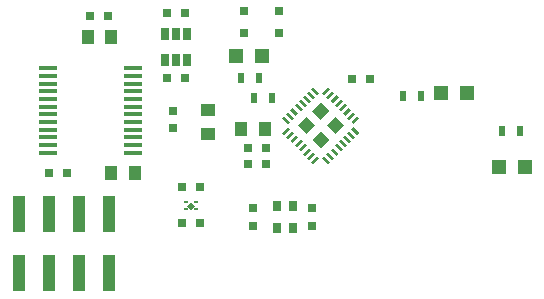
<source format=gbr>
G04 #@! TF.FileFunction,Paste,Top*
%FSLAX46Y46*%
G04 Gerber Fmt 4.6, Leading zero omitted, Abs format (unit mm)*
G04 Created by KiCad (PCBNEW 4.0.7) date 01/27/18 13:27:31*
%MOMM*%
%LPD*%
G01*
G04 APERTURE LIST*
%ADD10C,0.100000*%
%ADD11R,1.000000X1.250000*%
%ADD12R,1.000000X3.150000*%
%ADD13R,0.650000X0.700000*%
%ADD14R,0.750000X0.800000*%
%ADD15R,0.800000X0.750000*%
%ADD16R,1.200000X1.200000*%
%ADD17R,0.500000X0.900000*%
%ADD18R,0.650000X1.060000*%
%ADD19R,1.250000X1.000000*%
%ADD20R,0.750000X0.850000*%
%ADD21R,1.500000X0.450000*%
%ADD22R,0.360000X0.210000*%
G04 APERTURE END LIST*
D10*
D11*
X99000000Y-103500000D03*
X97000000Y-103500000D03*
D12*
X96810000Y-106975000D03*
X96810000Y-112025000D03*
X94270000Y-106975000D03*
X94270000Y-112025000D03*
X91730000Y-106975000D03*
X91730000Y-112025000D03*
X89190000Y-106975000D03*
X89190000Y-112025000D03*
D13*
X108250000Y-89800000D03*
X111200000Y-89800000D03*
X108250000Y-91700000D03*
X111200000Y-91700000D03*
D14*
X114000000Y-106500000D03*
X114000000Y-108000000D03*
X109000000Y-108000000D03*
X109000000Y-106500000D03*
D15*
X110100000Y-101400000D03*
X108600000Y-101400000D03*
X110100000Y-102800000D03*
X108600000Y-102800000D03*
X118900000Y-95600000D03*
X117400000Y-95600000D03*
X93250000Y-103500000D03*
X91750000Y-103500000D03*
D14*
X102250000Y-99750000D03*
X102250000Y-98250000D03*
D15*
X103250000Y-95500000D03*
X101750000Y-95500000D03*
D16*
X124900000Y-96800000D03*
X127100000Y-96800000D03*
X109800000Y-93600000D03*
X107600000Y-93600000D03*
X132000000Y-103000000D03*
X129800000Y-103000000D03*
D17*
X108000000Y-95500000D03*
X109500000Y-95500000D03*
X109100000Y-97200000D03*
X110600000Y-97200000D03*
X121700000Y-97000000D03*
X123200000Y-97000000D03*
X130100000Y-100000000D03*
X131600000Y-100000000D03*
D15*
X103000000Y-107750000D03*
X104500000Y-107750000D03*
D18*
X101550000Y-93950000D03*
X102500000Y-93950000D03*
X103450000Y-93950000D03*
X103450000Y-91750000D03*
X101550000Y-91750000D03*
X102500000Y-91750000D03*
D11*
X108000000Y-99800000D03*
X110000000Y-99800000D03*
D15*
X96750000Y-90250000D03*
X95250000Y-90250000D03*
D11*
X95000000Y-92000000D03*
X97000000Y-92000000D03*
D19*
X105200000Y-98200000D03*
X105200000Y-100200000D03*
D15*
X104500000Y-104750000D03*
X103000000Y-104750000D03*
X103250000Y-90000000D03*
X101750000Y-90000000D03*
D20*
X112425000Y-108175000D03*
X111075000Y-108175000D03*
X112425000Y-106325000D03*
X111075000Y-106325000D03*
D10*
G36*
X111656408Y-100295495D02*
X111479631Y-100118718D01*
X111974606Y-99623743D01*
X112151383Y-99800520D01*
X111656408Y-100295495D01*
X111656408Y-100295495D01*
G37*
G36*
X112009961Y-100649049D02*
X111833184Y-100472272D01*
X112328159Y-99977297D01*
X112504936Y-100154074D01*
X112009961Y-100649049D01*
X112009961Y-100649049D01*
G37*
G36*
X112363515Y-101002602D02*
X112186738Y-100825825D01*
X112681713Y-100330850D01*
X112858490Y-100507627D01*
X112363515Y-101002602D01*
X112363515Y-101002602D01*
G37*
G36*
X112717068Y-101356156D02*
X112540291Y-101179379D01*
X113035266Y-100684404D01*
X113212043Y-100861181D01*
X112717068Y-101356156D01*
X112717068Y-101356156D01*
G37*
G36*
X113070621Y-101709709D02*
X112893844Y-101532932D01*
X113388819Y-101037957D01*
X113565596Y-101214734D01*
X113070621Y-101709709D01*
X113070621Y-101709709D01*
G37*
G36*
X113424175Y-102063262D02*
X113247398Y-101886485D01*
X113742373Y-101391510D01*
X113919150Y-101568287D01*
X113424175Y-102063262D01*
X113424175Y-102063262D01*
G37*
G36*
X113777728Y-102416816D02*
X113600951Y-102240039D01*
X114095926Y-101745064D01*
X114272703Y-101921841D01*
X113777728Y-102416816D01*
X113777728Y-102416816D01*
G37*
G36*
X114131282Y-102770369D02*
X113954505Y-102593592D01*
X114449480Y-102098617D01*
X114626257Y-102275394D01*
X114131282Y-102770369D01*
X114131282Y-102770369D01*
G37*
G36*
X115545495Y-102593592D02*
X115368718Y-102770369D01*
X114873743Y-102275394D01*
X115050520Y-102098617D01*
X115545495Y-102593592D01*
X115545495Y-102593592D01*
G37*
G36*
X115899049Y-102240039D02*
X115722272Y-102416816D01*
X115227297Y-101921841D01*
X115404074Y-101745064D01*
X115899049Y-102240039D01*
X115899049Y-102240039D01*
G37*
G36*
X116252602Y-101886485D02*
X116075825Y-102063262D01*
X115580850Y-101568287D01*
X115757627Y-101391510D01*
X116252602Y-101886485D01*
X116252602Y-101886485D01*
G37*
G36*
X116606156Y-101532932D02*
X116429379Y-101709709D01*
X115934404Y-101214734D01*
X116111181Y-101037957D01*
X116606156Y-101532932D01*
X116606156Y-101532932D01*
G37*
G36*
X116959709Y-101179379D02*
X116782932Y-101356156D01*
X116287957Y-100861181D01*
X116464734Y-100684404D01*
X116959709Y-101179379D01*
X116959709Y-101179379D01*
G37*
G36*
X117313262Y-100825825D02*
X117136485Y-101002602D01*
X116641510Y-100507627D01*
X116818287Y-100330850D01*
X117313262Y-100825825D01*
X117313262Y-100825825D01*
G37*
G36*
X117666816Y-100472272D02*
X117490039Y-100649049D01*
X116995064Y-100154074D01*
X117171841Y-99977297D01*
X117666816Y-100472272D01*
X117666816Y-100472272D01*
G37*
G36*
X118020369Y-100118718D02*
X117843592Y-100295495D01*
X117348617Y-99800520D01*
X117525394Y-99623743D01*
X118020369Y-100118718D01*
X118020369Y-100118718D01*
G37*
G36*
X117525394Y-99376257D02*
X117348617Y-99199480D01*
X117843592Y-98704505D01*
X118020369Y-98881282D01*
X117525394Y-99376257D01*
X117525394Y-99376257D01*
G37*
G36*
X117171841Y-99022703D02*
X116995064Y-98845926D01*
X117490039Y-98350951D01*
X117666816Y-98527728D01*
X117171841Y-99022703D01*
X117171841Y-99022703D01*
G37*
G36*
X116818287Y-98669150D02*
X116641510Y-98492373D01*
X117136485Y-97997398D01*
X117313262Y-98174175D01*
X116818287Y-98669150D01*
X116818287Y-98669150D01*
G37*
G36*
X116464734Y-98315596D02*
X116287957Y-98138819D01*
X116782932Y-97643844D01*
X116959709Y-97820621D01*
X116464734Y-98315596D01*
X116464734Y-98315596D01*
G37*
G36*
X116111181Y-97962043D02*
X115934404Y-97785266D01*
X116429379Y-97290291D01*
X116606156Y-97467068D01*
X116111181Y-97962043D01*
X116111181Y-97962043D01*
G37*
G36*
X115757627Y-97608490D02*
X115580850Y-97431713D01*
X116075825Y-96936738D01*
X116252602Y-97113515D01*
X115757627Y-97608490D01*
X115757627Y-97608490D01*
G37*
G36*
X115404074Y-97254936D02*
X115227297Y-97078159D01*
X115722272Y-96583184D01*
X115899049Y-96759961D01*
X115404074Y-97254936D01*
X115404074Y-97254936D01*
G37*
G36*
X115050520Y-96901383D02*
X114873743Y-96724606D01*
X115368718Y-96229631D01*
X115545495Y-96406408D01*
X115050520Y-96901383D01*
X115050520Y-96901383D01*
G37*
G36*
X114626257Y-96724606D02*
X114449480Y-96901383D01*
X113954505Y-96406408D01*
X114131282Y-96229631D01*
X114626257Y-96724606D01*
X114626257Y-96724606D01*
G37*
G36*
X114272703Y-97078159D02*
X114095926Y-97254936D01*
X113600951Y-96759961D01*
X113777728Y-96583184D01*
X114272703Y-97078159D01*
X114272703Y-97078159D01*
G37*
G36*
X113919150Y-97431713D02*
X113742373Y-97608490D01*
X113247398Y-97113515D01*
X113424175Y-96936738D01*
X113919150Y-97431713D01*
X113919150Y-97431713D01*
G37*
G36*
X113565596Y-97785266D02*
X113388819Y-97962043D01*
X112893844Y-97467068D01*
X113070621Y-97290291D01*
X113565596Y-97785266D01*
X113565596Y-97785266D01*
G37*
G36*
X113212043Y-98138819D02*
X113035266Y-98315596D01*
X112540291Y-97820621D01*
X112717068Y-97643844D01*
X113212043Y-98138819D01*
X113212043Y-98138819D01*
G37*
G36*
X112858490Y-98492373D02*
X112681713Y-98669150D01*
X112186738Y-98174175D01*
X112363515Y-97997398D01*
X112858490Y-98492373D01*
X112858490Y-98492373D01*
G37*
G36*
X112504936Y-98845926D02*
X112328159Y-99022703D01*
X111833184Y-98527728D01*
X112009961Y-98350951D01*
X112504936Y-98845926D01*
X112504936Y-98845926D01*
G37*
G36*
X112151383Y-99199480D02*
X111974606Y-99376257D01*
X111479631Y-98881282D01*
X111656408Y-98704505D01*
X112151383Y-99199480D01*
X112151383Y-99199480D01*
G37*
G36*
X115969759Y-100231856D02*
X115237903Y-99500000D01*
X115969759Y-98768144D01*
X116701615Y-99500000D01*
X115969759Y-100231856D01*
X115969759Y-100231856D01*
G37*
G36*
X114750000Y-99012097D02*
X114018144Y-98280241D01*
X114750000Y-97548385D01*
X115481856Y-98280241D01*
X114750000Y-99012097D01*
X114750000Y-99012097D01*
G37*
G36*
X114750000Y-101451615D02*
X114018144Y-100719759D01*
X114750000Y-99987903D01*
X115481856Y-100719759D01*
X114750000Y-101451615D01*
X114750000Y-101451615D01*
G37*
G36*
X113530241Y-100231856D02*
X112798385Y-99500000D01*
X113530241Y-98768144D01*
X114262097Y-99500000D01*
X113530241Y-100231856D01*
X113530241Y-100231856D01*
G37*
D21*
X91675000Y-94675000D03*
X91675000Y-95325000D03*
X91675000Y-95975000D03*
X91675000Y-96625000D03*
X91675000Y-97275000D03*
X91675000Y-97925000D03*
X91675000Y-98575000D03*
X91675000Y-99225000D03*
X91675000Y-99875000D03*
X91675000Y-100525000D03*
X91675000Y-101175000D03*
X91675000Y-101825000D03*
X98825000Y-101825000D03*
X98825000Y-101175000D03*
X98825000Y-100525000D03*
X98825000Y-99875000D03*
X98825000Y-99225000D03*
X98825000Y-98575000D03*
X98825000Y-97925000D03*
X98825000Y-97275000D03*
X98825000Y-96625000D03*
X98825000Y-95975000D03*
X98825000Y-95325000D03*
X98825000Y-94675000D03*
D10*
G36*
X103744076Y-105960641D02*
X104089360Y-106294077D01*
X103755924Y-106639361D01*
X103410640Y-106305925D01*
X103744076Y-105960641D01*
X103744076Y-105960641D01*
G37*
D22*
X104180000Y-105975001D03*
X103320000Y-105975001D03*
X104180000Y-106625001D03*
X103320000Y-106625001D03*
M02*

</source>
